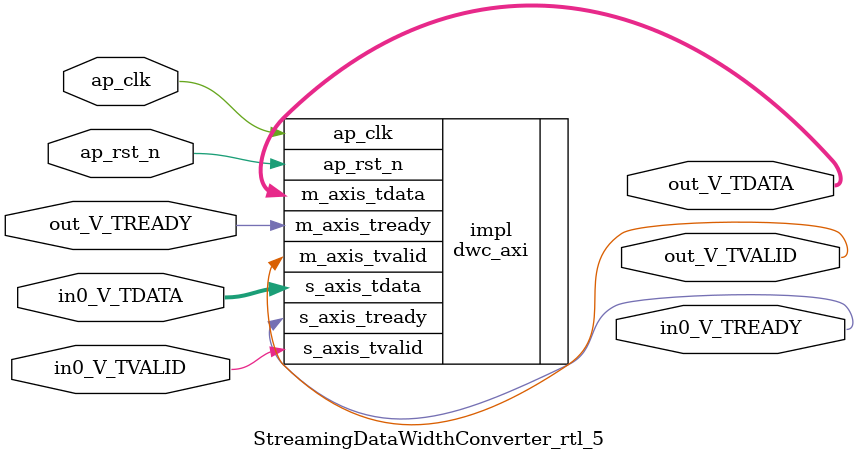
<source format=v>
/******************************************************************************
 * Copyright (C) 2023, Advanced Micro Devices, Inc.
 * All rights reserved.
 *
 * Redistribution and use in source and binary forms, with or without
 * modification, are permitted provided that the following conditions are met:
 *
 *  1. Redistributions of source code must retain the above copyright notice,
 *     this list of conditions and the following disclaimer.
 *
 *  2. Redistributions in binary form must reproduce the above copyright
 *     notice, this list of conditions and the following disclaimer in the
 *     documentation and/or other materials provided with the distribution.
 *
 *  3. Neither the name of the copyright holder nor the names of its
 *     contributors may be used to endorse or promote products derived from
 *     this software without specific prior written permission.
 *
 * THIS SOFTWARE IS PROVIDED BY THE COPYRIGHT HOLDERS AND CONTRIBUTORS "AS IS"
 * AND ANY EXPRESS OR IMPLIED WARRANTIES, INCLUDING, BUT NOT LIMITED TO,
 * THE IMPLIED WARRANTIES OF MERCHANTABILITY AND FITNESS FOR A PARTICULAR
 * PURPOSE ARE DISCLAIMED. IN NO EVENT SHALL THE COPYRIGHT HOLDER OR
 * CONTRIBUTORS BE LIABLE FOR ANY DIRECT, INDIRECT, INCIDENTAL, SPECIAL,
 * EXEMPLARY, OR CONSEQUENTIAL DAMAGES (INCLUDING, BUT NOT LIMITED TO,
 * PROCUREMENT OF SUBSTITUTE GOODS OR SERVICES; LOSS OF USE, DATA, OR PROFITS;
 * OR BUSINESS INTERRUPTION). HOWEVER CAUSED AND ON ANY THEORY OF LIABILITY,
 * WHETHER IN CONTRACT, STRICT LIABILITY, OR TORT (INCLUDING NEGLIGENCE OR
 * OTHERWISE) ARISING IN ANY WAY OUT OF THE USE OF THIS SOFTWARE, EVEN IF
 * ADVISED OF THE POSSIBILITY OF SUCH DAMAGE.
 *****************************************************************************/

module StreamingDataWidthConverter_rtl_5 #(
	parameter  IBITS = 3,
	parameter  OBITS = 24,

	parameter  AXI_IBITS = (IBITS+7)/8 * 8,
	parameter  AXI_OBITS = (OBITS+7)/8 * 8
)(
	//- Global Control ------------------
	(* X_INTERFACE_INFO = "xilinx.com:signal:clock:1.0 ap_clk CLK" *)
	(* X_INTERFACE_PARAMETER = "ASSOCIATED_BUSIF in0_V:out_V, ASSOCIATED_RESET ap_rst_n" *)
	input	ap_clk,
	(* X_INTERFACE_PARAMETER = "POLARITY ACTIVE_LOW" *)
	input	ap_rst_n,

	//- AXI Stream - Input --------------
	output	in0_V_TREADY,
	input	in0_V_TVALID,
	input	[AXI_IBITS-1:0]  in0_V_TDATA,

	//- AXI Stream - Output -------------
	input	out_V_TREADY,
	output	out_V_TVALID,
	output	[AXI_OBITS-1:0]  out_V_TDATA
);

	dwc_axi #(
		.IBITS(IBITS),
		.OBITS(OBITS)
	) impl (
		.ap_clk(ap_clk),
		.ap_rst_n(ap_rst_n),
		.s_axis_tready(in0_V_TREADY),
		.s_axis_tvalid(in0_V_TVALID),
		.s_axis_tdata(in0_V_TDATA),
		.m_axis_tready(out_V_TREADY),
		.m_axis_tvalid(out_V_TVALID),
		.m_axis_tdata(out_V_TDATA)
	);

endmodule

</source>
